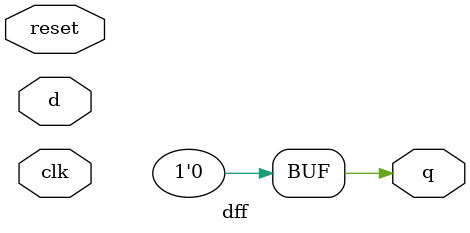
<source format=v>
`timescale 1ns / 1ps


module dff(q,d,clk,reset);

	input d,clk,reset;    //reset is active LOW
	output q;
	reg q;
  	
	always@(posedge clk)	//Positive edge triggered DFF
		q <= d;

	always@(~reset)    //active LOW reset
		q <= 1'b0;
		
endmodule

</source>
